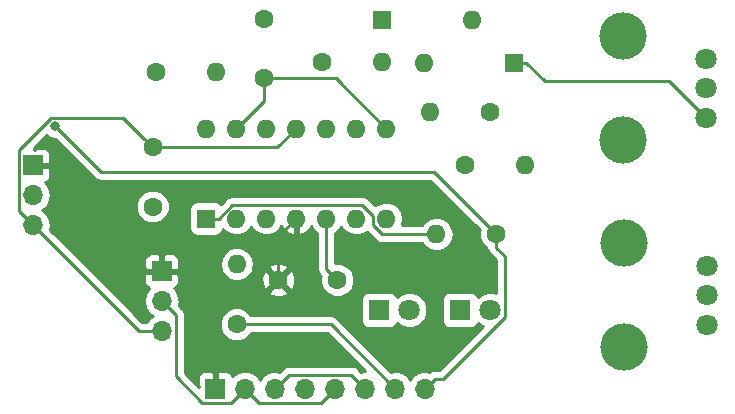
<source format=gbr>
G04 #@! TF.GenerationSoftware,KiCad,Pcbnew,(5.0.1)-rc2*
G04 #@! TF.CreationDate,2018-12-09T02:21:17-05:00*
G04 #@! TF.ProjectId,lfo,6C666F2E6B696361645F706362000000,rev?*
G04 #@! TF.SameCoordinates,Original*
G04 #@! TF.FileFunction,Copper,L2,Bot,Signal*
G04 #@! TF.FilePolarity,Positive*
%FSLAX46Y46*%
G04 Gerber Fmt 4.6, Leading zero omitted, Abs format (unit mm)*
G04 Created by KiCad (PCBNEW (5.0.1)-rc2) date 12/9/2018 2:21:17 AM*
%MOMM*%
%LPD*%
G01*
G04 APERTURE LIST*
G04 #@! TA.AperFunction,ComponentPad*
%ADD10C,1.800000*%
G04 #@! TD*
G04 #@! TA.AperFunction,WasherPad*
%ADD11C,4.000000*%
G04 #@! TD*
G04 #@! TA.AperFunction,ComponentPad*
%ADD12O,1.600000X1.600000*%
G04 #@! TD*
G04 #@! TA.AperFunction,ComponentPad*
%ADD13C,1.600000*%
G04 #@! TD*
G04 #@! TA.AperFunction,ComponentPad*
%ADD14R,1.800000X1.800000*%
G04 #@! TD*
G04 #@! TA.AperFunction,ComponentPad*
%ADD15R,1.600000X1.600000*%
G04 #@! TD*
G04 #@! TA.AperFunction,ComponentPad*
%ADD16R,1.700000X1.700000*%
G04 #@! TD*
G04 #@! TA.AperFunction,ComponentPad*
%ADD17O,1.700000X1.700000*%
G04 #@! TD*
G04 #@! TA.AperFunction,ViaPad*
%ADD18C,0.800000*%
G04 #@! TD*
G04 #@! TA.AperFunction,Conductor*
%ADD19C,0.250000*%
G04 #@! TD*
G04 #@! TA.AperFunction,Conductor*
%ADD20C,0.254000*%
G04 #@! TD*
G04 APERTURE END LIST*
D10*
G04 #@! TO.P,RV2,3*
G04 #@! TO.N,Net-(D3-Pad1)*
X172402500Y-62023000D03*
G04 #@! TO.P,RV2,2*
G04 #@! TO.N,Net-(R2-Pad1)*
X172402500Y-59523000D03*
G04 #@! TO.P,RV2,1*
G04 #@! TO.N,Net-(D4-Pad2)*
X172402500Y-57023000D03*
D11*
G04 #@! TO.P,RV2,*
G04 #@! TO.N,*
X165402500Y-63923000D03*
X165402500Y-55123000D03*
G04 #@! TD*
D12*
G04 #@! TO.P,R3,2*
G04 #@! TO.N,Net-(D3-Pad2)*
X144970500Y-57277000D03*
D13*
G04 #@! TO.P,R3,1*
G04 #@! TO.N,Net-(C1-Pad2)*
X139890500Y-57277000D03*
G04 #@! TD*
G04 #@! TO.P,R4,1*
G04 #@! TO.N,TriOut*
X132715000Y-79502000D03*
D12*
G04 #@! TO.P,R4,2*
G04 #@! TO.N,Net-(C1-Pad1)*
X132715000Y-74422000D03*
G04 #@! TD*
G04 #@! TO.P,R6,2*
G04 #@! TO.N,Net-(R6-Pad2)*
X157099000Y-65976500D03*
D13*
G04 #@! TO.P,R6,1*
G04 #@! TO.N,Net-(R2-Pad2)*
X152019000Y-65976500D03*
G04 #@! TD*
G04 #@! TO.P,R5,1*
G04 #@! TO.N,Net-(R5-Pad1)*
X125857000Y-58102500D03*
D12*
G04 #@! TO.P,R5,2*
G04 #@! TO.N,Net-(D1-Pad2)*
X130937000Y-58102500D03*
G04 #@! TD*
G04 #@! TO.P,R1,2*
G04 #@! TO.N,Net-(R1-Pad2)*
X149606000Y-71882000D03*
D13*
G04 #@! TO.P,R1,1*
G04 #@! TO.N,PulseOut*
X154686000Y-71882000D03*
G04 #@! TD*
G04 #@! TO.P,R2,1*
G04 #@! TO.N,Net-(R2-Pad1)*
X154178000Y-61531500D03*
D12*
G04 #@! TO.P,R2,2*
G04 #@! TO.N,Net-(R2-Pad2)*
X149098000Y-61531500D03*
G04 #@! TD*
D13*
G04 #@! TO.P,C1,1*
G04 #@! TO.N,Net-(C1-Pad1)*
X135001000Y-58674000D03*
G04 #@! TO.P,C1,2*
G04 #@! TO.N,Net-(C1-Pad2)*
X135001000Y-53674000D03*
G04 #@! TD*
G04 #@! TO.P,C2,2*
G04 #@! TO.N,+9V*
X136224000Y-75755500D03*
G04 #@! TO.P,C2,1*
G04 #@! TO.N,GND*
X141224000Y-75755500D03*
G04 #@! TD*
G04 #@! TO.P,C3,1*
G04 #@! TO.N,GND*
X125603000Y-69532500D03*
G04 #@! TO.P,C3,2*
G04 #@! TO.N,-9V*
X125603000Y-64532500D03*
G04 #@! TD*
D14*
G04 #@! TO.P,D1,1*
G04 #@! TO.N,GND*
X144780000Y-78295500D03*
D10*
G04 #@! TO.P,D1,2*
G04 #@! TO.N,Net-(D1-Pad2)*
X147320000Y-78295500D03*
G04 #@! TD*
D14*
G04 #@! TO.P,D2,1*
G04 #@! TO.N,Net-(D1-Pad2)*
X151638000Y-78295500D03*
D10*
G04 #@! TO.P,D2,2*
G04 #@! TO.N,GND*
X154178000Y-78295500D03*
G04 #@! TD*
D12*
G04 #@! TO.P,D3,2*
G04 #@! TO.N,Net-(D3-Pad2)*
X148526500Y-57340500D03*
D15*
G04 #@! TO.P,D3,1*
G04 #@! TO.N,Net-(D3-Pad1)*
X156146500Y-57340500D03*
G04 #@! TD*
G04 #@! TO.P,D4,1*
G04 #@! TO.N,Net-(D3-Pad2)*
X145034000Y-53721000D03*
D12*
G04 #@! TO.P,D4,2*
G04 #@! TO.N,Net-(D4-Pad2)*
X152654000Y-53721000D03*
G04 #@! TD*
D16*
G04 #@! TO.P,J1,1*
G04 #@! TO.N,+9V*
X130873500Y-84963000D03*
D17*
G04 #@! TO.P,J1,2*
G04 #@! TO.N,GND*
X133413500Y-84963000D03*
G04 #@! TO.P,J1,3*
G04 #@! TO.N,-9V*
X135953500Y-84963000D03*
G04 #@! TO.P,J1,4*
G04 #@! TO.N,+9V*
X138493500Y-84963000D03*
G04 #@! TO.P,J1,5*
G04 #@! TO.N,GND*
X141033500Y-84963000D03*
G04 #@! TO.P,J1,6*
G04 #@! TO.N,-9V*
X143573500Y-84963000D03*
G04 #@! TO.P,J1,7*
G04 #@! TO.N,TriOut*
X146113500Y-84963000D03*
G04 #@! TO.P,J1,8*
G04 #@! TO.N,PulseOut*
X148653500Y-84963000D03*
G04 #@! TD*
D16*
G04 #@! TO.P,J2,1*
G04 #@! TO.N,+9V*
X115443000Y-66040000D03*
D17*
G04 #@! TO.P,J2,2*
G04 #@! TO.N,GND*
X115443000Y-68580000D03*
G04 #@! TO.P,J2,3*
G04 #@! TO.N,-9V*
X115443000Y-71120000D03*
G04 #@! TD*
G04 #@! TO.P,J3,3*
G04 #@! TO.N,-9V*
X126365000Y-80073500D03*
G04 #@! TO.P,J3,2*
G04 #@! TO.N,GND*
X126365000Y-77533500D03*
D16*
G04 #@! TO.P,J3,1*
G04 #@! TO.N,+9V*
X126365000Y-74993500D03*
G04 #@! TD*
D11*
G04 #@! TO.P,RV1,*
G04 #@! TO.N,*
X165529500Y-72649000D03*
X165529500Y-81449000D03*
D10*
G04 #@! TO.P,RV1,1*
G04 #@! TO.N,Net-(R1-Pad2)*
X172529500Y-74549000D03*
G04 #@! TO.P,RV1,2*
G04 #@! TO.N,Net-(R6-Pad2)*
X172529500Y-77049000D03*
G04 #@! TO.P,RV1,3*
G04 #@! TO.N,GND*
X172529500Y-79549000D03*
G04 #@! TD*
D15*
G04 #@! TO.P,U1,1*
G04 #@! TO.N,Net-(R1-Pad2)*
X130111500Y-70548500D03*
D12*
G04 #@! TO.P,U1,8*
G04 #@! TO.N,Net-(C1-Pad1)*
X145351500Y-62928500D03*
G04 #@! TO.P,U1,2*
G04 #@! TO.N,Net-(R1-Pad2)*
X132651500Y-70548500D03*
G04 #@! TO.P,U1,9*
G04 #@! TO.N,Net-(C1-Pad2)*
X142811500Y-62928500D03*
G04 #@! TO.P,U1,3*
G04 #@! TO.N,Net-(D1-Pad2)*
X135191500Y-70548500D03*
G04 #@! TO.P,U1,10*
G04 #@! TO.N,GND*
X140271500Y-62928500D03*
G04 #@! TO.P,U1,4*
G04 #@! TO.N,+9V*
X137731500Y-70548500D03*
G04 #@! TO.P,U1,11*
G04 #@! TO.N,-9V*
X137731500Y-62928500D03*
G04 #@! TO.P,U1,5*
G04 #@! TO.N,GND*
X140271500Y-70548500D03*
G04 #@! TO.P,U1,12*
G04 #@! TO.N,Net-(D1-Pad2)*
X135191500Y-62928500D03*
G04 #@! TO.P,U1,6*
G04 #@! TO.N,Net-(R2-Pad2)*
X142811500Y-70548500D03*
G04 #@! TO.P,U1,13*
G04 #@! TO.N,Net-(C1-Pad1)*
X132651500Y-62928500D03*
G04 #@! TO.P,U1,7*
G04 #@! TO.N,Net-(R2-Pad1)*
X145351500Y-70548500D03*
G04 #@! TO.P,U1,14*
G04 #@! TO.N,Net-(R5-Pad1)*
X130111500Y-62928500D03*
G04 #@! TD*
D18*
G04 #@! TO.N,PulseOut*
X117348000Y-62738000D03*
G04 #@! TD*
D19*
G04 #@! TO.N,Net-(C1-Pad1)*
X141097000Y-58674000D02*
X145351500Y-62928500D01*
X135001000Y-58674000D02*
X141097000Y-58674000D01*
X135001000Y-60579000D02*
X135001000Y-58674000D01*
X132651500Y-62928500D02*
X135001000Y-60579000D01*
G04 #@! TO.N,+9V*
X136224000Y-72056000D02*
X137731500Y-70548500D01*
X136224000Y-75755500D02*
X136224000Y-72056000D01*
X130873500Y-83863000D02*
X130873500Y-84963000D01*
X130873500Y-78402000D02*
X130873500Y-83863000D01*
X127465000Y-74993500D02*
X130873500Y-78402000D01*
X126365000Y-74993500D02*
X127465000Y-74993500D01*
G04 #@! TO.N,GND*
X140424001Y-74955501D02*
X141224000Y-75755500D01*
X140271500Y-74803000D02*
X140424001Y-74955501D01*
X140271500Y-70548500D02*
X140271500Y-74803000D01*
X140183501Y-85812999D02*
X141033500Y-84963000D01*
X139858499Y-86138001D02*
X140183501Y-85812999D01*
X134588501Y-86138001D02*
X139858499Y-86138001D01*
X133413500Y-84963000D02*
X134588501Y-86138001D01*
X127214999Y-78383499D02*
X126365000Y-77533500D01*
X127540001Y-78708501D02*
X127214999Y-78383499D01*
X127540001Y-83914503D02*
X127540001Y-78708501D01*
X129763499Y-86138001D02*
X127540001Y-83914503D01*
X132238499Y-86138001D02*
X129763499Y-86138001D01*
X133413500Y-84963000D02*
X132238499Y-86138001D01*
G04 #@! TO.N,-9V*
X136127500Y-64532500D02*
X125603000Y-64532500D01*
X137731500Y-62928500D02*
X136127500Y-64532500D01*
X124803001Y-63732501D02*
X125603000Y-64532500D01*
X123083499Y-62012999D02*
X124803001Y-63732501D01*
X116999999Y-62012999D02*
X123083499Y-62012999D01*
X114267999Y-64744999D02*
X116999999Y-62012999D01*
X114267999Y-69944999D02*
X114267999Y-64744999D01*
X115443000Y-71120000D02*
X114267999Y-69944999D01*
X124396500Y-80073500D02*
X126365000Y-80073500D01*
X115443000Y-71120000D02*
X124396500Y-80073500D01*
X142723501Y-84113001D02*
X143573500Y-84963000D01*
X142398499Y-83787999D02*
X142723501Y-84113001D01*
X137128501Y-83787999D02*
X142398499Y-83787999D01*
X135953500Y-84963000D02*
X137128501Y-83787999D01*
G04 #@! TO.N,Net-(D3-Pad1)*
X157196500Y-57340500D02*
X156146500Y-57340500D01*
X158784000Y-58928000D02*
X157196500Y-57340500D01*
X169307500Y-58928000D02*
X158784000Y-58928000D01*
X172402500Y-62023000D02*
X169307500Y-58928000D01*
G04 #@! TO.N,TriOut*
X140652500Y-79502000D02*
X146113500Y-84963000D01*
X132715000Y-79502000D02*
X140652500Y-79502000D01*
G04 #@! TO.N,PulseOut*
X154686000Y-71882000D02*
X149415500Y-66611500D01*
X149415500Y-66611500D02*
X121285000Y-66611500D01*
X121285000Y-66611500D02*
X121221500Y-66611500D01*
X121221500Y-66611500D02*
X117348000Y-62738000D01*
X117348000Y-62738000D02*
X117348000Y-62738000D01*
X154686000Y-73013370D02*
X154686000Y-71882000D01*
X155403001Y-73730371D02*
X154686000Y-73013370D01*
X155403001Y-78883501D02*
X155403001Y-73730371D01*
X150173501Y-84113001D02*
X155403001Y-78883501D01*
X149503499Y-84113001D02*
X150173501Y-84113001D01*
X148653500Y-84963000D02*
X149503499Y-84113001D01*
G04 #@! TO.N,Net-(R1-Pad2)*
X132286501Y-69423499D02*
X131161500Y-70548500D01*
X143351501Y-69423499D02*
X132286501Y-69423499D01*
X144226499Y-70298497D02*
X143351501Y-69423499D01*
X144226499Y-71088501D02*
X144226499Y-70298497D01*
X145019998Y-71882000D02*
X144226499Y-71088501D01*
X131161500Y-70548500D02*
X130111500Y-70548500D01*
X149606000Y-71882000D02*
X145019998Y-71882000D01*
G04 #@! TD*
D20*
G04 #@! TO.N,+9V*
G36*
X116761720Y-63615431D02*
X117142126Y-63773000D01*
X117308199Y-63773000D01*
X120631170Y-67095972D01*
X120673571Y-67159429D01*
X120924963Y-67327404D01*
X121146648Y-67371500D01*
X121146652Y-67371500D01*
X121221499Y-67386388D01*
X121296346Y-67371500D01*
X149100699Y-67371500D01*
X153272896Y-71543698D01*
X153251000Y-71596561D01*
X153251000Y-72167439D01*
X153469466Y-72694862D01*
X153873138Y-73098534D01*
X153932982Y-73123322D01*
X153970096Y-73309906D01*
X154138071Y-73561299D01*
X154201530Y-73603701D01*
X154643002Y-74045174D01*
X154643001Y-76826638D01*
X154483330Y-76760500D01*
X153872670Y-76760500D01*
X153308493Y-76994190D01*
X153139275Y-77163408D01*
X153136157Y-77147735D01*
X152995809Y-76937691D01*
X152785765Y-76797343D01*
X152538000Y-76748060D01*
X150738000Y-76748060D01*
X150490235Y-76797343D01*
X150280191Y-76937691D01*
X150139843Y-77147735D01*
X150090560Y-77395500D01*
X150090560Y-79195500D01*
X150139843Y-79443265D01*
X150280191Y-79653309D01*
X150490235Y-79793657D01*
X150738000Y-79842940D01*
X152538000Y-79842940D01*
X152785765Y-79793657D01*
X152995809Y-79653309D01*
X153136157Y-79443265D01*
X153139275Y-79427592D01*
X153308493Y-79596810D01*
X153525149Y-79686552D01*
X149858700Y-83353001D01*
X149578345Y-83353001D01*
X149503498Y-83338113D01*
X149428651Y-83353001D01*
X149428647Y-83353001D01*
X149206962Y-83397097D01*
X149020245Y-83521858D01*
X148799756Y-83478000D01*
X148507244Y-83478000D01*
X148074082Y-83564161D01*
X147582875Y-83892375D01*
X147383500Y-84190761D01*
X147184125Y-83892375D01*
X146692918Y-83564161D01*
X146259756Y-83478000D01*
X145967244Y-83478000D01*
X145747093Y-83521791D01*
X141242831Y-79017530D01*
X141200429Y-78954071D01*
X140949037Y-78786096D01*
X140727352Y-78742000D01*
X140727347Y-78742000D01*
X140652500Y-78727112D01*
X140577653Y-78742000D01*
X133953430Y-78742000D01*
X133931534Y-78689138D01*
X133527862Y-78285466D01*
X133000439Y-78067000D01*
X132429561Y-78067000D01*
X131902138Y-78285466D01*
X131498466Y-78689138D01*
X131280000Y-79216561D01*
X131280000Y-79787439D01*
X131498466Y-80314862D01*
X131902138Y-80718534D01*
X132429561Y-80937000D01*
X133000439Y-80937000D01*
X133527862Y-80718534D01*
X133931534Y-80314862D01*
X133953430Y-80262000D01*
X140337699Y-80262000D01*
X143553698Y-83478000D01*
X143427244Y-83478000D01*
X143207092Y-83521791D01*
X142988830Y-83303529D01*
X142946428Y-83240070D01*
X142695036Y-83072095D01*
X142473351Y-83027999D01*
X142473346Y-83027999D01*
X142398499Y-83013111D01*
X142323652Y-83027999D01*
X137203347Y-83027999D01*
X137128500Y-83013111D01*
X137053653Y-83027999D01*
X137053649Y-83027999D01*
X136831964Y-83072095D01*
X136831962Y-83072096D01*
X136831963Y-83072096D01*
X136644027Y-83197670D01*
X136644025Y-83197672D01*
X136580572Y-83240070D01*
X136538174Y-83303523D01*
X136319907Y-83521791D01*
X136099756Y-83478000D01*
X135807244Y-83478000D01*
X135374082Y-83564161D01*
X134882875Y-83892375D01*
X134683500Y-84190761D01*
X134484125Y-83892375D01*
X133992918Y-83564161D01*
X133559756Y-83478000D01*
X133267244Y-83478000D01*
X132834082Y-83564161D01*
X132342875Y-83892375D01*
X132328404Y-83914033D01*
X132261827Y-83753302D01*
X132083199Y-83574673D01*
X131849810Y-83478000D01*
X131159250Y-83478000D01*
X131000500Y-83636750D01*
X131000500Y-84836000D01*
X131020500Y-84836000D01*
X131020500Y-85090000D01*
X131000500Y-85090000D01*
X131000500Y-85110000D01*
X130746500Y-85110000D01*
X130746500Y-85090000D01*
X130726500Y-85090000D01*
X130726500Y-84836000D01*
X130746500Y-84836000D01*
X130746500Y-83636750D01*
X130587750Y-83478000D01*
X129897190Y-83478000D01*
X129663801Y-83574673D01*
X129485173Y-83753302D01*
X129388500Y-83986691D01*
X129388500Y-84677250D01*
X129547248Y-84835998D01*
X129536298Y-84835998D01*
X128300001Y-83599702D01*
X128300001Y-78783347D01*
X128314889Y-78708500D01*
X128300001Y-78633653D01*
X128300001Y-78633649D01*
X128255905Y-78411964D01*
X128087930Y-78160572D01*
X128024471Y-78118170D01*
X127806209Y-77899908D01*
X127879092Y-77533500D01*
X127851643Y-77395500D01*
X143232560Y-77395500D01*
X143232560Y-79195500D01*
X143281843Y-79443265D01*
X143422191Y-79653309D01*
X143632235Y-79793657D01*
X143880000Y-79842940D01*
X145680000Y-79842940D01*
X145927765Y-79793657D01*
X146137809Y-79653309D01*
X146278157Y-79443265D01*
X146281275Y-79427592D01*
X146450493Y-79596810D01*
X147014670Y-79830500D01*
X147625330Y-79830500D01*
X148189507Y-79596810D01*
X148621310Y-79165007D01*
X148855000Y-78600830D01*
X148855000Y-77990170D01*
X148621310Y-77425993D01*
X148189507Y-76994190D01*
X147625330Y-76760500D01*
X147014670Y-76760500D01*
X146450493Y-76994190D01*
X146281275Y-77163408D01*
X146278157Y-77147735D01*
X146137809Y-76937691D01*
X145927765Y-76797343D01*
X145680000Y-76748060D01*
X143880000Y-76748060D01*
X143632235Y-76797343D01*
X143422191Y-76937691D01*
X143281843Y-77147735D01*
X143232560Y-77395500D01*
X127851643Y-77395500D01*
X127763839Y-76954082D01*
X127636326Y-76763245D01*
X135395861Y-76763245D01*
X135469995Y-77009364D01*
X136007223Y-77202465D01*
X136577454Y-77175278D01*
X136978005Y-77009364D01*
X137052139Y-76763245D01*
X136224000Y-75935105D01*
X135395861Y-76763245D01*
X127636326Y-76763245D01*
X127435625Y-76462875D01*
X127413967Y-76448404D01*
X127574698Y-76381827D01*
X127753327Y-76203199D01*
X127850000Y-75969810D01*
X127850000Y-75279250D01*
X127691250Y-75120500D01*
X126492000Y-75120500D01*
X126492000Y-75140500D01*
X126238000Y-75140500D01*
X126238000Y-75120500D01*
X125038750Y-75120500D01*
X124880000Y-75279250D01*
X124880000Y-75969810D01*
X124976673Y-76203199D01*
X125155302Y-76381827D01*
X125316033Y-76448404D01*
X125294375Y-76462875D01*
X124966161Y-76954082D01*
X124850908Y-77533500D01*
X124966161Y-78112918D01*
X125294375Y-78604125D01*
X125592761Y-78803500D01*
X125294375Y-79002875D01*
X125086822Y-79313500D01*
X124711302Y-79313500D01*
X119414992Y-74017190D01*
X124880000Y-74017190D01*
X124880000Y-74707750D01*
X125038750Y-74866500D01*
X126238000Y-74866500D01*
X126238000Y-73667250D01*
X126492000Y-73667250D01*
X126492000Y-74866500D01*
X127691250Y-74866500D01*
X127850000Y-74707750D01*
X127850000Y-74422000D01*
X131251887Y-74422000D01*
X131363260Y-74981909D01*
X131680423Y-75456577D01*
X132155091Y-75773740D01*
X132573667Y-75857000D01*
X132856333Y-75857000D01*
X133274909Y-75773740D01*
X133626636Y-75538723D01*
X134777035Y-75538723D01*
X134804222Y-76108954D01*
X134970136Y-76509505D01*
X135216255Y-76583639D01*
X136044395Y-75755500D01*
X136403605Y-75755500D01*
X137231745Y-76583639D01*
X137477864Y-76509505D01*
X137670965Y-75972277D01*
X137643778Y-75402046D01*
X137477864Y-75001495D01*
X137231745Y-74927361D01*
X136403605Y-75755500D01*
X136044395Y-75755500D01*
X135216255Y-74927361D01*
X134970136Y-75001495D01*
X134777035Y-75538723D01*
X133626636Y-75538723D01*
X133749577Y-75456577D01*
X134066740Y-74981909D01*
X134113316Y-74747755D01*
X135395861Y-74747755D01*
X136224000Y-75575895D01*
X137052139Y-74747755D01*
X136978005Y-74501636D01*
X136440777Y-74308535D01*
X135870546Y-74335722D01*
X135469995Y-74501636D01*
X135395861Y-74747755D01*
X134113316Y-74747755D01*
X134178113Y-74422000D01*
X134066740Y-73862091D01*
X133749577Y-73387423D01*
X133274909Y-73070260D01*
X132856333Y-72987000D01*
X132573667Y-72987000D01*
X132155091Y-73070260D01*
X131680423Y-73387423D01*
X131363260Y-73862091D01*
X131251887Y-74422000D01*
X127850000Y-74422000D01*
X127850000Y-74017190D01*
X127753327Y-73783801D01*
X127574698Y-73605173D01*
X127341309Y-73508500D01*
X126650750Y-73508500D01*
X126492000Y-73667250D01*
X126238000Y-73667250D01*
X126079250Y-73508500D01*
X125388691Y-73508500D01*
X125155302Y-73605173D01*
X124976673Y-73783801D01*
X124880000Y-74017190D01*
X119414992Y-74017190D01*
X116884209Y-71486408D01*
X116957092Y-71120000D01*
X116841839Y-70540582D01*
X116513625Y-70049375D01*
X116215239Y-69850000D01*
X116513625Y-69650625D01*
X116783277Y-69247061D01*
X124168000Y-69247061D01*
X124168000Y-69817939D01*
X124386466Y-70345362D01*
X124790138Y-70749034D01*
X125317561Y-70967500D01*
X125888439Y-70967500D01*
X126415862Y-70749034D01*
X126819534Y-70345362D01*
X127038000Y-69817939D01*
X127038000Y-69748500D01*
X128664060Y-69748500D01*
X128664060Y-71348500D01*
X128713343Y-71596265D01*
X128853691Y-71806309D01*
X129063735Y-71946657D01*
X129311500Y-71995940D01*
X130911500Y-71995940D01*
X131159265Y-71946657D01*
X131369309Y-71806309D01*
X131509657Y-71596265D01*
X131536285Y-71462394D01*
X131616923Y-71583077D01*
X132091591Y-71900240D01*
X132510167Y-71983500D01*
X132792833Y-71983500D01*
X133211409Y-71900240D01*
X133686077Y-71583077D01*
X133921500Y-71230742D01*
X134156923Y-71583077D01*
X134631591Y-71900240D01*
X135050167Y-71983500D01*
X135332833Y-71983500D01*
X135751409Y-71900240D01*
X136226077Y-71583077D01*
X136482447Y-71199392D01*
X136579111Y-71403634D01*
X136994077Y-71779541D01*
X137382461Y-71940404D01*
X137604500Y-71818415D01*
X137604500Y-70675500D01*
X137584500Y-70675500D01*
X137584500Y-70421500D01*
X137604500Y-70421500D01*
X137604500Y-70401500D01*
X137858500Y-70401500D01*
X137858500Y-70421500D01*
X137878500Y-70421500D01*
X137878500Y-70675500D01*
X137858500Y-70675500D01*
X137858500Y-71818415D01*
X138080539Y-71940404D01*
X138468923Y-71779541D01*
X138883889Y-71403634D01*
X138980553Y-71199392D01*
X139236923Y-71583077D01*
X139511500Y-71766544D01*
X139511501Y-74728148D01*
X139496612Y-74803000D01*
X139555597Y-75099537D01*
X139675678Y-75279250D01*
X139723572Y-75350929D01*
X139787028Y-75393329D01*
X139810897Y-75417198D01*
X139789000Y-75470061D01*
X139789000Y-76040939D01*
X140007466Y-76568362D01*
X140411138Y-76972034D01*
X140938561Y-77190500D01*
X141509439Y-77190500D01*
X142036862Y-76972034D01*
X142440534Y-76568362D01*
X142659000Y-76040939D01*
X142659000Y-75470061D01*
X142440534Y-74942638D01*
X142036862Y-74538966D01*
X141509439Y-74320500D01*
X141031500Y-74320500D01*
X141031500Y-71766543D01*
X141306077Y-71583077D01*
X141541500Y-71230742D01*
X141776923Y-71583077D01*
X142251591Y-71900240D01*
X142670167Y-71983500D01*
X142952833Y-71983500D01*
X143371409Y-71900240D01*
X143722399Y-71665716D01*
X143742029Y-71678832D01*
X144429669Y-72366473D01*
X144472069Y-72429929D01*
X144723461Y-72597904D01*
X144945146Y-72642000D01*
X144945150Y-72642000D01*
X145019997Y-72656888D01*
X145094844Y-72642000D01*
X148387957Y-72642000D01*
X148571423Y-72916577D01*
X149046091Y-73233740D01*
X149464667Y-73317000D01*
X149747333Y-73317000D01*
X150165909Y-73233740D01*
X150640577Y-72916577D01*
X150957740Y-72441909D01*
X151069113Y-71882000D01*
X150957740Y-71322091D01*
X150640577Y-70847423D01*
X150165909Y-70530260D01*
X149747333Y-70447000D01*
X149464667Y-70447000D01*
X149046091Y-70530260D01*
X148571423Y-70847423D01*
X148387957Y-71122000D01*
X146694159Y-71122000D01*
X146703240Y-71108409D01*
X146814613Y-70548500D01*
X146703240Y-69988591D01*
X146386077Y-69513923D01*
X145911409Y-69196760D01*
X145492833Y-69113500D01*
X145210167Y-69113500D01*
X144791591Y-69196760D01*
X144436697Y-69433893D01*
X143941832Y-68939029D01*
X143899430Y-68875570D01*
X143648038Y-68707595D01*
X143426353Y-68663499D01*
X143426348Y-68663499D01*
X143351501Y-68648611D01*
X143276654Y-68663499D01*
X132361349Y-68663499D01*
X132286501Y-68648611D01*
X132211653Y-68663499D01*
X132211649Y-68663499D01*
X132038106Y-68698019D01*
X131989963Y-68707595D01*
X131802919Y-68832575D01*
X131738572Y-68875570D01*
X131696172Y-68939026D01*
X131354442Y-69280757D01*
X131159265Y-69150343D01*
X130911500Y-69101060D01*
X129311500Y-69101060D01*
X129063735Y-69150343D01*
X128853691Y-69290691D01*
X128713343Y-69500735D01*
X128664060Y-69748500D01*
X127038000Y-69748500D01*
X127038000Y-69247061D01*
X126819534Y-68719638D01*
X126415862Y-68315966D01*
X125888439Y-68097500D01*
X125317561Y-68097500D01*
X124790138Y-68315966D01*
X124386466Y-68719638D01*
X124168000Y-69247061D01*
X116783277Y-69247061D01*
X116841839Y-69159418D01*
X116957092Y-68580000D01*
X116841839Y-68000582D01*
X116513625Y-67509375D01*
X116491967Y-67494904D01*
X116652698Y-67428327D01*
X116831327Y-67249699D01*
X116928000Y-67016310D01*
X116928000Y-66325750D01*
X116769250Y-66167000D01*
X115570000Y-66167000D01*
X115570000Y-66187000D01*
X115316000Y-66187000D01*
X115316000Y-66167000D01*
X115296000Y-66167000D01*
X115296000Y-65913000D01*
X115316000Y-65913000D01*
X115316000Y-65893000D01*
X115570000Y-65893000D01*
X115570000Y-65913000D01*
X116769250Y-65913000D01*
X116928000Y-65754250D01*
X116928000Y-65063690D01*
X116831327Y-64830301D01*
X116652698Y-64651673D01*
X116419309Y-64555000D01*
X115728750Y-64555000D01*
X115570002Y-64713748D01*
X115570002Y-64555000D01*
X115532799Y-64555000D01*
X116617045Y-63470756D01*
X116761720Y-63615431D01*
X116761720Y-63615431D01*
G37*
X116761720Y-63615431D02*
X117142126Y-63773000D01*
X117308199Y-63773000D01*
X120631170Y-67095972D01*
X120673571Y-67159429D01*
X120924963Y-67327404D01*
X121146648Y-67371500D01*
X121146652Y-67371500D01*
X121221499Y-67386388D01*
X121296346Y-67371500D01*
X149100699Y-67371500D01*
X153272896Y-71543698D01*
X153251000Y-71596561D01*
X153251000Y-72167439D01*
X153469466Y-72694862D01*
X153873138Y-73098534D01*
X153932982Y-73123322D01*
X153970096Y-73309906D01*
X154138071Y-73561299D01*
X154201530Y-73603701D01*
X154643002Y-74045174D01*
X154643001Y-76826638D01*
X154483330Y-76760500D01*
X153872670Y-76760500D01*
X153308493Y-76994190D01*
X153139275Y-77163408D01*
X153136157Y-77147735D01*
X152995809Y-76937691D01*
X152785765Y-76797343D01*
X152538000Y-76748060D01*
X150738000Y-76748060D01*
X150490235Y-76797343D01*
X150280191Y-76937691D01*
X150139843Y-77147735D01*
X150090560Y-77395500D01*
X150090560Y-79195500D01*
X150139843Y-79443265D01*
X150280191Y-79653309D01*
X150490235Y-79793657D01*
X150738000Y-79842940D01*
X152538000Y-79842940D01*
X152785765Y-79793657D01*
X152995809Y-79653309D01*
X153136157Y-79443265D01*
X153139275Y-79427592D01*
X153308493Y-79596810D01*
X153525149Y-79686552D01*
X149858700Y-83353001D01*
X149578345Y-83353001D01*
X149503498Y-83338113D01*
X149428651Y-83353001D01*
X149428647Y-83353001D01*
X149206962Y-83397097D01*
X149020245Y-83521858D01*
X148799756Y-83478000D01*
X148507244Y-83478000D01*
X148074082Y-83564161D01*
X147582875Y-83892375D01*
X147383500Y-84190761D01*
X147184125Y-83892375D01*
X146692918Y-83564161D01*
X146259756Y-83478000D01*
X145967244Y-83478000D01*
X145747093Y-83521791D01*
X141242831Y-79017530D01*
X141200429Y-78954071D01*
X140949037Y-78786096D01*
X140727352Y-78742000D01*
X140727347Y-78742000D01*
X140652500Y-78727112D01*
X140577653Y-78742000D01*
X133953430Y-78742000D01*
X133931534Y-78689138D01*
X133527862Y-78285466D01*
X133000439Y-78067000D01*
X132429561Y-78067000D01*
X131902138Y-78285466D01*
X131498466Y-78689138D01*
X131280000Y-79216561D01*
X131280000Y-79787439D01*
X131498466Y-80314862D01*
X131902138Y-80718534D01*
X132429561Y-80937000D01*
X133000439Y-80937000D01*
X133527862Y-80718534D01*
X133931534Y-80314862D01*
X133953430Y-80262000D01*
X140337699Y-80262000D01*
X143553698Y-83478000D01*
X143427244Y-83478000D01*
X143207092Y-83521791D01*
X142988830Y-83303529D01*
X142946428Y-83240070D01*
X142695036Y-83072095D01*
X142473351Y-83027999D01*
X142473346Y-83027999D01*
X142398499Y-83013111D01*
X142323652Y-83027999D01*
X137203347Y-83027999D01*
X137128500Y-83013111D01*
X137053653Y-83027999D01*
X137053649Y-83027999D01*
X136831964Y-83072095D01*
X136831962Y-83072096D01*
X136831963Y-83072096D01*
X136644027Y-83197670D01*
X136644025Y-83197672D01*
X136580572Y-83240070D01*
X136538174Y-83303523D01*
X136319907Y-83521791D01*
X136099756Y-83478000D01*
X135807244Y-83478000D01*
X135374082Y-83564161D01*
X134882875Y-83892375D01*
X134683500Y-84190761D01*
X134484125Y-83892375D01*
X133992918Y-83564161D01*
X133559756Y-83478000D01*
X133267244Y-83478000D01*
X132834082Y-83564161D01*
X132342875Y-83892375D01*
X132328404Y-83914033D01*
X132261827Y-83753302D01*
X132083199Y-83574673D01*
X131849810Y-83478000D01*
X131159250Y-83478000D01*
X131000500Y-83636750D01*
X131000500Y-84836000D01*
X131020500Y-84836000D01*
X131020500Y-85090000D01*
X131000500Y-85090000D01*
X131000500Y-85110000D01*
X130746500Y-85110000D01*
X130746500Y-85090000D01*
X130726500Y-85090000D01*
X130726500Y-84836000D01*
X130746500Y-84836000D01*
X130746500Y-83636750D01*
X130587750Y-83478000D01*
X129897190Y-83478000D01*
X129663801Y-83574673D01*
X129485173Y-83753302D01*
X129388500Y-83986691D01*
X129388500Y-84677250D01*
X129547248Y-84835998D01*
X129536298Y-84835998D01*
X128300001Y-83599702D01*
X128300001Y-78783347D01*
X128314889Y-78708500D01*
X128300001Y-78633653D01*
X128300001Y-78633649D01*
X128255905Y-78411964D01*
X128087930Y-78160572D01*
X128024471Y-78118170D01*
X127806209Y-77899908D01*
X127879092Y-77533500D01*
X127851643Y-77395500D01*
X143232560Y-77395500D01*
X143232560Y-79195500D01*
X143281843Y-79443265D01*
X143422191Y-79653309D01*
X143632235Y-79793657D01*
X143880000Y-79842940D01*
X145680000Y-79842940D01*
X145927765Y-79793657D01*
X146137809Y-79653309D01*
X146278157Y-79443265D01*
X146281275Y-79427592D01*
X146450493Y-79596810D01*
X147014670Y-79830500D01*
X147625330Y-79830500D01*
X148189507Y-79596810D01*
X148621310Y-79165007D01*
X148855000Y-78600830D01*
X148855000Y-77990170D01*
X148621310Y-77425993D01*
X148189507Y-76994190D01*
X147625330Y-76760500D01*
X147014670Y-76760500D01*
X146450493Y-76994190D01*
X146281275Y-77163408D01*
X146278157Y-77147735D01*
X146137809Y-76937691D01*
X145927765Y-76797343D01*
X145680000Y-76748060D01*
X143880000Y-76748060D01*
X143632235Y-76797343D01*
X143422191Y-76937691D01*
X143281843Y-77147735D01*
X143232560Y-77395500D01*
X127851643Y-77395500D01*
X127763839Y-76954082D01*
X127636326Y-76763245D01*
X135395861Y-76763245D01*
X135469995Y-77009364D01*
X136007223Y-77202465D01*
X136577454Y-77175278D01*
X136978005Y-77009364D01*
X137052139Y-76763245D01*
X136224000Y-75935105D01*
X135395861Y-76763245D01*
X127636326Y-76763245D01*
X127435625Y-76462875D01*
X127413967Y-76448404D01*
X127574698Y-76381827D01*
X127753327Y-76203199D01*
X127850000Y-75969810D01*
X127850000Y-75279250D01*
X127691250Y-75120500D01*
X126492000Y-75120500D01*
X126492000Y-75140500D01*
X126238000Y-75140500D01*
X126238000Y-75120500D01*
X125038750Y-75120500D01*
X124880000Y-75279250D01*
X124880000Y-75969810D01*
X124976673Y-76203199D01*
X125155302Y-76381827D01*
X125316033Y-76448404D01*
X125294375Y-76462875D01*
X124966161Y-76954082D01*
X124850908Y-77533500D01*
X124966161Y-78112918D01*
X125294375Y-78604125D01*
X125592761Y-78803500D01*
X125294375Y-79002875D01*
X125086822Y-79313500D01*
X124711302Y-79313500D01*
X119414992Y-74017190D01*
X124880000Y-74017190D01*
X124880000Y-74707750D01*
X125038750Y-74866500D01*
X126238000Y-74866500D01*
X126238000Y-73667250D01*
X126492000Y-73667250D01*
X126492000Y-74866500D01*
X127691250Y-74866500D01*
X127850000Y-74707750D01*
X127850000Y-74422000D01*
X131251887Y-74422000D01*
X131363260Y-74981909D01*
X131680423Y-75456577D01*
X132155091Y-75773740D01*
X132573667Y-75857000D01*
X132856333Y-75857000D01*
X133274909Y-75773740D01*
X133626636Y-75538723D01*
X134777035Y-75538723D01*
X134804222Y-76108954D01*
X134970136Y-76509505D01*
X135216255Y-76583639D01*
X136044395Y-75755500D01*
X136403605Y-75755500D01*
X137231745Y-76583639D01*
X137477864Y-76509505D01*
X137670965Y-75972277D01*
X137643778Y-75402046D01*
X137477864Y-75001495D01*
X137231745Y-74927361D01*
X136403605Y-75755500D01*
X136044395Y-75755500D01*
X135216255Y-74927361D01*
X134970136Y-75001495D01*
X134777035Y-75538723D01*
X133626636Y-75538723D01*
X133749577Y-75456577D01*
X134066740Y-74981909D01*
X134113316Y-74747755D01*
X135395861Y-74747755D01*
X136224000Y-75575895D01*
X137052139Y-74747755D01*
X136978005Y-74501636D01*
X136440777Y-74308535D01*
X135870546Y-74335722D01*
X135469995Y-74501636D01*
X135395861Y-74747755D01*
X134113316Y-74747755D01*
X134178113Y-74422000D01*
X134066740Y-73862091D01*
X133749577Y-73387423D01*
X133274909Y-73070260D01*
X132856333Y-72987000D01*
X132573667Y-72987000D01*
X132155091Y-73070260D01*
X131680423Y-73387423D01*
X131363260Y-73862091D01*
X131251887Y-74422000D01*
X127850000Y-74422000D01*
X127850000Y-74017190D01*
X127753327Y-73783801D01*
X127574698Y-73605173D01*
X127341309Y-73508500D01*
X126650750Y-73508500D01*
X126492000Y-73667250D01*
X126238000Y-73667250D01*
X126079250Y-73508500D01*
X125388691Y-73508500D01*
X125155302Y-73605173D01*
X124976673Y-73783801D01*
X124880000Y-74017190D01*
X119414992Y-74017190D01*
X116884209Y-71486408D01*
X116957092Y-71120000D01*
X116841839Y-70540582D01*
X116513625Y-70049375D01*
X116215239Y-69850000D01*
X116513625Y-69650625D01*
X116783277Y-69247061D01*
X124168000Y-69247061D01*
X124168000Y-69817939D01*
X124386466Y-70345362D01*
X124790138Y-70749034D01*
X125317561Y-70967500D01*
X125888439Y-70967500D01*
X126415862Y-70749034D01*
X126819534Y-70345362D01*
X127038000Y-69817939D01*
X127038000Y-69748500D01*
X128664060Y-69748500D01*
X128664060Y-71348500D01*
X128713343Y-71596265D01*
X128853691Y-71806309D01*
X129063735Y-71946657D01*
X129311500Y-71995940D01*
X130911500Y-71995940D01*
X131159265Y-71946657D01*
X131369309Y-71806309D01*
X131509657Y-71596265D01*
X131536285Y-71462394D01*
X131616923Y-71583077D01*
X132091591Y-71900240D01*
X132510167Y-71983500D01*
X132792833Y-71983500D01*
X133211409Y-71900240D01*
X133686077Y-71583077D01*
X133921500Y-71230742D01*
X134156923Y-71583077D01*
X134631591Y-71900240D01*
X135050167Y-71983500D01*
X135332833Y-71983500D01*
X135751409Y-71900240D01*
X136226077Y-71583077D01*
X136482447Y-71199392D01*
X136579111Y-71403634D01*
X136994077Y-71779541D01*
X137382461Y-71940404D01*
X137604500Y-71818415D01*
X137604500Y-70675500D01*
X137584500Y-70675500D01*
X137584500Y-70421500D01*
X137604500Y-70421500D01*
X137604500Y-70401500D01*
X137858500Y-70401500D01*
X137858500Y-70421500D01*
X137878500Y-70421500D01*
X137878500Y-70675500D01*
X137858500Y-70675500D01*
X137858500Y-71818415D01*
X138080539Y-71940404D01*
X138468923Y-71779541D01*
X138883889Y-71403634D01*
X138980553Y-71199392D01*
X139236923Y-71583077D01*
X139511500Y-71766544D01*
X139511501Y-74728148D01*
X139496612Y-74803000D01*
X139555597Y-75099537D01*
X139675678Y-75279250D01*
X139723572Y-75350929D01*
X139787028Y-75393329D01*
X139810897Y-75417198D01*
X139789000Y-75470061D01*
X139789000Y-76040939D01*
X140007466Y-76568362D01*
X140411138Y-76972034D01*
X140938561Y-77190500D01*
X141509439Y-77190500D01*
X142036862Y-76972034D01*
X142440534Y-76568362D01*
X142659000Y-76040939D01*
X142659000Y-75470061D01*
X142440534Y-74942638D01*
X142036862Y-74538966D01*
X141509439Y-74320500D01*
X141031500Y-74320500D01*
X141031500Y-71766543D01*
X141306077Y-71583077D01*
X141541500Y-71230742D01*
X141776923Y-71583077D01*
X142251591Y-71900240D01*
X142670167Y-71983500D01*
X142952833Y-71983500D01*
X143371409Y-71900240D01*
X143722399Y-71665716D01*
X143742029Y-71678832D01*
X144429669Y-72366473D01*
X144472069Y-72429929D01*
X144723461Y-72597904D01*
X144945146Y-72642000D01*
X144945150Y-72642000D01*
X145019997Y-72656888D01*
X145094844Y-72642000D01*
X148387957Y-72642000D01*
X148571423Y-72916577D01*
X149046091Y-73233740D01*
X149464667Y-73317000D01*
X149747333Y-73317000D01*
X150165909Y-73233740D01*
X150640577Y-72916577D01*
X150957740Y-72441909D01*
X151069113Y-71882000D01*
X150957740Y-71322091D01*
X150640577Y-70847423D01*
X150165909Y-70530260D01*
X149747333Y-70447000D01*
X149464667Y-70447000D01*
X149046091Y-70530260D01*
X148571423Y-70847423D01*
X148387957Y-71122000D01*
X146694159Y-71122000D01*
X146703240Y-71108409D01*
X146814613Y-70548500D01*
X146703240Y-69988591D01*
X146386077Y-69513923D01*
X145911409Y-69196760D01*
X145492833Y-69113500D01*
X145210167Y-69113500D01*
X144791591Y-69196760D01*
X144436697Y-69433893D01*
X143941832Y-68939029D01*
X143899430Y-68875570D01*
X143648038Y-68707595D01*
X143426353Y-68663499D01*
X143426348Y-68663499D01*
X143351501Y-68648611D01*
X143276654Y-68663499D01*
X132361349Y-68663499D01*
X132286501Y-68648611D01*
X132211653Y-68663499D01*
X132211649Y-68663499D01*
X132038106Y-68698019D01*
X131989963Y-68707595D01*
X131802919Y-68832575D01*
X131738572Y-68875570D01*
X131696172Y-68939026D01*
X131354442Y-69280757D01*
X131159265Y-69150343D01*
X130911500Y-69101060D01*
X129311500Y-69101060D01*
X129063735Y-69150343D01*
X128853691Y-69290691D01*
X128713343Y-69500735D01*
X128664060Y-69748500D01*
X127038000Y-69748500D01*
X127038000Y-69247061D01*
X126819534Y-68719638D01*
X126415862Y-68315966D01*
X125888439Y-68097500D01*
X125317561Y-68097500D01*
X124790138Y-68315966D01*
X124386466Y-68719638D01*
X124168000Y-69247061D01*
X116783277Y-69247061D01*
X116841839Y-69159418D01*
X116957092Y-68580000D01*
X116841839Y-68000582D01*
X116513625Y-67509375D01*
X116491967Y-67494904D01*
X116652698Y-67428327D01*
X116831327Y-67249699D01*
X116928000Y-67016310D01*
X116928000Y-66325750D01*
X116769250Y-66167000D01*
X115570000Y-66167000D01*
X115570000Y-66187000D01*
X115316000Y-66187000D01*
X115316000Y-66167000D01*
X115296000Y-66167000D01*
X115296000Y-65913000D01*
X115316000Y-65913000D01*
X115316000Y-65893000D01*
X115570000Y-65893000D01*
X115570000Y-65913000D01*
X116769250Y-65913000D01*
X116928000Y-65754250D01*
X116928000Y-65063690D01*
X116831327Y-64830301D01*
X116652698Y-64651673D01*
X116419309Y-64555000D01*
X115728750Y-64555000D01*
X115570002Y-64713748D01*
X115570002Y-64555000D01*
X115532799Y-64555000D01*
X116617045Y-63470756D01*
X116761720Y-63615431D01*
G36*
X138620500Y-84836000D02*
X138640500Y-84836000D01*
X138640500Y-85090000D01*
X138620500Y-85090000D01*
X138620500Y-85110000D01*
X138366500Y-85110000D01*
X138366500Y-85090000D01*
X138346500Y-85090000D01*
X138346500Y-84836000D01*
X138366500Y-84836000D01*
X138366500Y-84816000D01*
X138620500Y-84816000D01*
X138620500Y-84836000D01*
X138620500Y-84836000D01*
G37*
X138620500Y-84836000D02*
X138640500Y-84836000D01*
X138640500Y-85090000D01*
X138620500Y-85090000D01*
X138620500Y-85110000D01*
X138366500Y-85110000D01*
X138366500Y-85090000D01*
X138346500Y-85090000D01*
X138346500Y-84836000D01*
X138366500Y-84836000D01*
X138366500Y-84816000D01*
X138620500Y-84816000D01*
X138620500Y-84836000D01*
G04 #@! TD*
M02*

</source>
